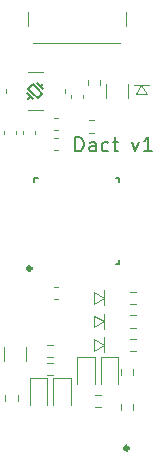
<source format=gbr>
%TF.GenerationSoftware,KiCad,Pcbnew,(6.0.8)*%
%TF.CreationDate,2022-12-14T23:26:50+01:00*%
%TF.ProjectId,rugged_nano,72756767-6564-45f6-9e61-6e6f2e6b6963,rev?*%
%TF.SameCoordinates,Original*%
%TF.FileFunction,Legend,Top*%
%TF.FilePolarity,Positive*%
%FSLAX46Y46*%
G04 Gerber Fmt 4.6, Leading zero omitted, Abs format (unit mm)*
G04 Created by KiCad (PCBNEW (6.0.8)) date 2022-12-14 23:26:50*
%MOMM*%
%LPD*%
G01*
G04 APERTURE LIST*
%ADD10C,0.200000*%
%ADD11C,0.120000*%
%ADD12C,0.100000*%
%ADD13C,0.150000*%
%ADD14C,0.310000*%
G04 APERTURE END LIST*
D10*
X149520000Y-66902857D02*
X149520000Y-65702857D01*
X149805714Y-65702857D01*
X149977142Y-65760000D01*
X150091428Y-65874285D01*
X150148571Y-65988571D01*
X150205714Y-66217142D01*
X150205714Y-66388571D01*
X150148571Y-66617142D01*
X150091428Y-66731428D01*
X149977142Y-66845714D01*
X149805714Y-66902857D01*
X149520000Y-66902857D01*
X151234285Y-66902857D02*
X151234285Y-66274285D01*
X151177142Y-66160000D01*
X151062857Y-66102857D01*
X150834285Y-66102857D01*
X150720000Y-66160000D01*
X151234285Y-66845714D02*
X151120000Y-66902857D01*
X150834285Y-66902857D01*
X150720000Y-66845714D01*
X150662857Y-66731428D01*
X150662857Y-66617142D01*
X150720000Y-66502857D01*
X150834285Y-66445714D01*
X151120000Y-66445714D01*
X151234285Y-66388571D01*
X152320000Y-66845714D02*
X152205714Y-66902857D01*
X151977142Y-66902857D01*
X151862857Y-66845714D01*
X151805714Y-66788571D01*
X151748571Y-66674285D01*
X151748571Y-66331428D01*
X151805714Y-66217142D01*
X151862857Y-66160000D01*
X151977142Y-66102857D01*
X152205714Y-66102857D01*
X152320000Y-66160000D01*
X152662857Y-66102857D02*
X153120000Y-66102857D01*
X152834285Y-65702857D02*
X152834285Y-66731428D01*
X152891428Y-66845714D01*
X153005714Y-66902857D01*
X153120000Y-66902857D01*
X154320000Y-66102857D02*
X154605714Y-66902857D01*
X154891428Y-66102857D01*
X155977142Y-66902857D02*
X155291428Y-66902857D01*
X155634285Y-66902857D02*
X155634285Y-65702857D01*
X155520000Y-65874285D01*
X155405714Y-65988571D01*
X155291428Y-66045714D01*
D11*
%TO.C,R32*%
X153347500Y-85322742D02*
X153347500Y-85797258D01*
X154392500Y-85322742D02*
X154392500Y-85797258D01*
%TO.C,C1*%
X147729420Y-65800000D02*
X148010580Y-65800000D01*
X147729420Y-66820000D02*
X148010580Y-66820000D01*
%TO.C,D26*%
X145635000Y-86075000D02*
X145635000Y-88360000D01*
X147105000Y-86075000D02*
X145635000Y-86075000D01*
X147105000Y-88360000D02*
X147105000Y-86075000D01*
%TO.C,C14*%
X147729420Y-78350000D02*
X148010580Y-78350000D01*
X147729420Y-79370000D02*
X148010580Y-79370000D01*
%TO.C,R31*%
X147607258Y-85832500D02*
X147132742Y-85832500D01*
X147607258Y-84787500D02*
X147132742Y-84787500D01*
D12*
%TO.C,J3*%
X153295000Y-57722500D02*
X145945000Y-57722500D01*
D11*
X153760000Y-56322500D02*
X153760000Y-55072500D01*
X145510000Y-56322500D02*
X145510000Y-55072500D01*
%TO.C,R33*%
X151182742Y-87537500D02*
X151657258Y-87537500D01*
X151182742Y-88582500D02*
X151657258Y-88582500D01*
D13*
%TO.C,U1*%
X145995000Y-69185000D02*
X146320000Y-69185000D01*
X153245000Y-69185000D02*
X153245000Y-69510000D01*
X153245000Y-76435000D02*
X152920000Y-76435000D01*
X145995000Y-69185000D02*
X145995000Y-69510000D01*
X153245000Y-69185000D02*
X152920000Y-69185000D01*
X153245000Y-76435000D02*
X153245000Y-76110000D01*
D14*
X145775000Y-76810000D02*
G75*
G03*
X145775000Y-76810000I-155000J0D01*
G01*
D11*
%TO.C,R11*%
X154132742Y-83832500D02*
X154607258Y-83832500D01*
X154132742Y-82787500D02*
X154607258Y-82787500D01*
%TO.C,D13*%
X151120000Y-79810000D02*
X151120000Y-78810000D01*
X151120000Y-78810000D02*
X151920000Y-79287500D01*
X151920000Y-79912500D02*
X151920000Y-78662500D01*
X151920000Y-79287500D02*
X151120000Y-79810000D01*
%TO.C,C9*%
X146130000Y-65169420D02*
X146130000Y-65450580D01*
X145110000Y-65169420D02*
X145110000Y-65450580D01*
%TO.C,D12*%
X151120000Y-81810000D02*
X151120000Y-80810000D01*
X151120000Y-80810000D02*
X151920000Y-81287500D01*
X151920000Y-81287500D02*
X151120000Y-81810000D01*
X151920000Y-81912500D02*
X151920000Y-80662500D01*
%TO.C,D11*%
X151120000Y-82810000D02*
X151920000Y-83287500D01*
X151120000Y-83810000D02*
X151120000Y-82810000D01*
X151920000Y-83287500D02*
X151120000Y-83810000D01*
X151920000Y-83912500D02*
X151920000Y-82662500D01*
%TO.C,F1*%
X143510000Y-84662064D02*
X143510000Y-83457936D01*
X145330000Y-84662064D02*
X145330000Y-83457936D01*
%TO.C,F3*%
X152110000Y-61207936D02*
X152110000Y-62412064D01*
X153930000Y-61207936D02*
X153930000Y-62412064D01*
%TO.C,R23*%
X151107258Y-65332500D02*
X150632742Y-65332500D01*
X151107258Y-64287500D02*
X150632742Y-64287500D01*
D10*
%TO.C,Y2*%
X146320000Y-61610000D02*
X145920000Y-61210000D01*
D11*
X145470000Y-63410000D02*
X146770000Y-63410000D01*
D10*
X146320000Y-62410000D02*
X146720000Y-62010000D01*
X145920000Y-61210000D02*
X145520000Y-61610000D01*
D11*
X145470000Y-60210000D02*
X146770000Y-60210000D01*
D10*
X146295000Y-61135000D02*
X146545000Y-61385000D01*
X146320000Y-61610000D02*
X146720000Y-62010000D01*
X145920000Y-62010000D02*
X146320000Y-62410000D01*
X146570000Y-61360000D02*
X146770000Y-61160000D01*
X146545000Y-61385000D02*
X146795000Y-61635000D01*
X145445000Y-61985000D02*
X145695000Y-62235000D01*
X145695000Y-62235000D02*
X145945000Y-62485000D01*
D11*
X148620000Y-61960000D02*
X148620000Y-61660000D01*
X143620000Y-61960000D02*
X143620000Y-61660000D01*
D10*
X145670000Y-62260000D02*
X145470000Y-62460000D01*
X145920000Y-62010000D02*
X145520000Y-61610000D01*
D11*
%TO.C,R13*%
X154132742Y-78787500D02*
X154607258Y-78787500D01*
X154132742Y-79832500D02*
X154607258Y-79832500D01*
%TO.C,R30*%
X147132742Y-83287500D02*
X147607258Y-83287500D01*
X147132742Y-84332500D02*
X147607258Y-84332500D01*
%TO.C,R24*%
X153347500Y-88797258D02*
X153347500Y-88322742D01*
X154392500Y-88797258D02*
X154392500Y-88322742D01*
%TO.C,R29*%
X151642500Y-60822742D02*
X151642500Y-61297258D01*
X150597500Y-60822742D02*
X150597500Y-61297258D01*
%TO.C,C12*%
X144530000Y-65169420D02*
X144530000Y-65450580D01*
X143510000Y-65169420D02*
X143510000Y-65450580D01*
%TO.C,J2*%
D14*
X154000000Y-92045000D02*
G75*
G03*
X154000000Y-92045000I-155000J0D01*
G01*
D11*
%TO.C,D29*%
X151155000Y-84325000D02*
X149685000Y-84325000D01*
X149685000Y-84325000D02*
X149685000Y-86610000D01*
X151155000Y-86610000D02*
X151155000Y-84325000D01*
%TO.C,R25*%
X144642500Y-88047258D02*
X144642500Y-87572742D01*
X143597500Y-88047258D02*
X143597500Y-87572742D01*
%TO.C,D30*%
X154620000Y-62060000D02*
X155097500Y-61260000D01*
X155620000Y-62060000D02*
X154620000Y-62060000D01*
X155097500Y-61260000D02*
X155620000Y-62060000D01*
X155722500Y-61260000D02*
X154472500Y-61260000D01*
%TO.C,C8*%
X147729420Y-65070000D02*
X148010580Y-65070000D01*
X147729420Y-64050000D02*
X148010580Y-64050000D01*
%TO.C,D28*%
X153155000Y-86610000D02*
X153155000Y-84325000D01*
X153155000Y-84325000D02*
X151685000Y-84325000D01*
X151685000Y-84325000D02*
X151685000Y-86610000D01*
%TO.C,D27*%
X147635000Y-86075000D02*
X147635000Y-88360000D01*
X149105000Y-86075000D02*
X147635000Y-86075000D01*
X149105000Y-88360000D02*
X149105000Y-86075000D01*
%TO.C,R12*%
X154132742Y-80787500D02*
X154607258Y-80787500D01*
X154132742Y-81832500D02*
X154607258Y-81832500D01*
%TO.C,C7*%
X150155000Y-62119420D02*
X150155000Y-62400580D01*
X149135000Y-62119420D02*
X149135000Y-62400580D01*
%TD*%
M02*

</source>
